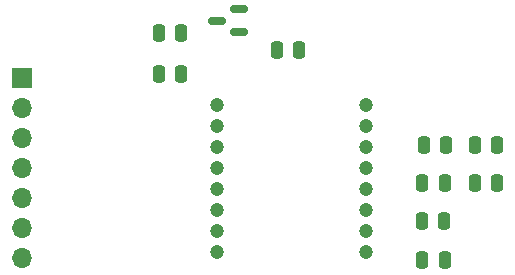
<source format=gbr>
%TF.GenerationSoftware,KiCad,Pcbnew,7.0.8*%
%TF.CreationDate,2023-12-08T10:16:49-06:00*%
%TF.ProjectId,ADNS9800,41444e53-3938-4303-902e-6b696361645f,rev?*%
%TF.SameCoordinates,Original*%
%TF.FileFunction,Soldermask,Top*%
%TF.FilePolarity,Negative*%
%FSLAX46Y46*%
G04 Gerber Fmt 4.6, Leading zero omitted, Abs format (unit mm)*
G04 Created by KiCad (PCBNEW 7.0.8) date 2023-12-08 10:16:49*
%MOMM*%
%LPD*%
G01*
G04 APERTURE LIST*
G04 Aperture macros list*
%AMRoundRect*
0 Rectangle with rounded corners*
0 $1 Rounding radius*
0 $2 $3 $4 $5 $6 $7 $8 $9 X,Y pos of 4 corners*
0 Add a 4 corners polygon primitive as box body*
4,1,4,$2,$3,$4,$5,$6,$7,$8,$9,$2,$3,0*
0 Add four circle primitives for the rounded corners*
1,1,$1+$1,$2,$3*
1,1,$1+$1,$4,$5*
1,1,$1+$1,$6,$7*
1,1,$1+$1,$8,$9*
0 Add four rect primitives between the rounded corners*
20,1,$1+$1,$2,$3,$4,$5,0*
20,1,$1+$1,$4,$5,$6,$7,0*
20,1,$1+$1,$6,$7,$8,$9,0*
20,1,$1+$1,$8,$9,$2,$3,0*%
G04 Aperture macros list end*
%ADD10C,1.200000*%
%ADD11RoundRect,0.150000X0.587500X0.150000X-0.587500X0.150000X-0.587500X-0.150000X0.587500X-0.150000X0*%
%ADD12R,1.700000X1.700000*%
%ADD13O,1.700000X1.700000*%
%ADD14RoundRect,0.250000X-0.250000X-0.475000X0.250000X-0.475000X0.250000X0.475000X-0.250000X0.475000X0*%
G04 APERTURE END LIST*
D10*
%TO.C,U1*%
X142250000Y-79915000D03*
X142250000Y-81695000D03*
X142250000Y-83475000D03*
X142250000Y-85255000D03*
X142250000Y-87035000D03*
X142250000Y-88815000D03*
X142250000Y-90595000D03*
X142250000Y-92375000D03*
X154850000Y-92375000D03*
X154850000Y-90595000D03*
X154850000Y-88815000D03*
X154850000Y-87035000D03*
X154850000Y-85255000D03*
X154850000Y-83475000D03*
X154850000Y-81695000D03*
X154850000Y-79915000D03*
%TD*%
D11*
%TO.C,Q1*%
X144125000Y-73700000D03*
X144125000Y-71800000D03*
X142250000Y-72750000D03*
%TD*%
D12*
%TO.C,J1*%
X125750000Y-77630000D03*
D13*
X125750000Y-80170000D03*
X125750000Y-82710000D03*
X125750000Y-85250000D03*
X125750000Y-87790000D03*
X125750000Y-90330000D03*
X125750000Y-92870000D03*
%TD*%
D14*
%TO.C,C9*%
X164050000Y-86500000D03*
X165950000Y-86500000D03*
%TD*%
%TO.C,C8*%
X159600000Y-86500000D03*
X161500000Y-86500000D03*
%TD*%
%TO.C,C7*%
X159750000Y-83250000D03*
X161650000Y-83250000D03*
%TD*%
%TO.C,C6*%
X164050000Y-83250000D03*
X165950000Y-83250000D03*
%TD*%
%TO.C,C5*%
X159600000Y-93000000D03*
X161500000Y-93000000D03*
%TD*%
%TO.C,C4*%
X159550000Y-89750000D03*
X161450000Y-89750000D03*
%TD*%
%TO.C,C3*%
X137300000Y-77250000D03*
X139200000Y-77250000D03*
%TD*%
%TO.C,C2*%
X137300000Y-73750000D03*
X139200000Y-73750000D03*
%TD*%
%TO.C,C1*%
X147300000Y-75250000D03*
X149200000Y-75250000D03*
%TD*%
M02*

</source>
